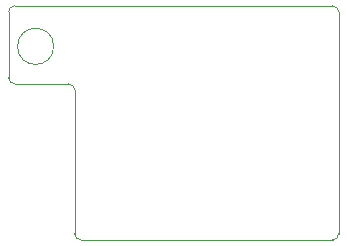
<source format=gm1>
G04 #@! TF.GenerationSoftware,KiCad,Pcbnew,(5.1.4)-1*
G04 #@! TF.CreationDate,2019-09-19T01:50:37+03:00*
G04 #@! TF.ProjectId,Project_2_RPI_HAT,50726f6a-6563-4745-9f32-5f5250495f48,v1*
G04 #@! TF.SameCoordinates,Original*
G04 #@! TF.FileFunction,Profile,NP*
%FSLAX46Y46*%
G04 Gerber Fmt 4.6, Leading zero omitted, Abs format (unit mm)*
G04 Created by KiCad (PCBNEW (5.1.4)-1) date 2019-09-19 01:50:37*
%MOMM*%
%LPD*%
G04 APERTURE LIST*
%ADD10C,0.050000*%
%ADD11C,0.120000*%
G04 APERTURE END LIST*
D10*
X66294000Y-81026000D02*
X66294000Y-62230000D01*
X38862000Y-61722000D02*
X65786000Y-61722000D01*
X38354000Y-67818000D02*
X38354000Y-62230000D01*
X43434000Y-68326000D02*
X38862000Y-68326000D01*
X43942000Y-81026000D02*
X43942000Y-68834000D01*
X65786000Y-81534000D02*
X44450000Y-81534000D01*
X65786000Y-61722000D02*
G75*
G02X66294000Y-62230000I0J-508000D01*
G01*
X66294000Y-81026000D02*
G75*
G02X65786000Y-81534000I-508000J0D01*
G01*
X44450000Y-81534000D02*
G75*
G02X43942000Y-81026000I0J508000D01*
G01*
X43434000Y-68326000D02*
G75*
G02X43942000Y-68834000I0J-508000D01*
G01*
X38862000Y-68326000D02*
G75*
G02X38354000Y-67818000I0J508000D01*
G01*
X38354000Y-62230000D02*
G75*
G02X38862000Y-61722000I508000J0D01*
G01*
D11*
X42169283Y-65151000D02*
G75*
G03X42169283Y-65151000I-1529283J0D01*
G01*
M02*

</source>
